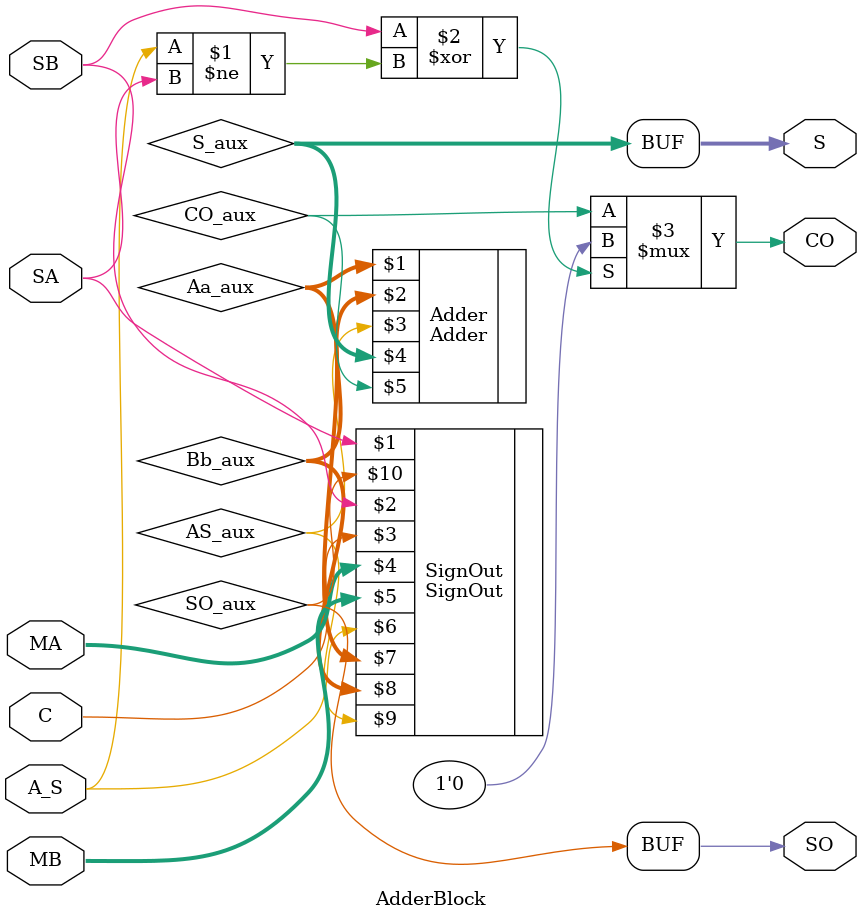
<source format=v>
module AdderBlock(
	 input SA,
     input SB,
     input C,
     input [27:0] MA,
     input [27:0] MB,
     input A_S,
     output [27:0] S,
     output CO,
     output SO
	);
        wire [27:0] Aa_aux,Bb_aux,S_aux;
        wire AS_aux,SO_aux,CO_aux;
        SignOut SignOut(SA,SB,C,MA,MB,A_S,Aa_aux,Bb_aux,AS_aux,SO_aux);
        Adder Adder(Aa_aux,Bb_aux,AS_aux,S_aux,CO_aux);

        //assign S = AS_aux & SO_aux == 1'b1 ? (S_aux ^ 7'hFFFFFFF) + 1'b1 : S_aux ;
        assign CO = SB ^ A_S != SA ? 1'b0 : CO_aux;
        assign SO = SO_aux;
        assign S=S_aux;

endmodule        

</source>
